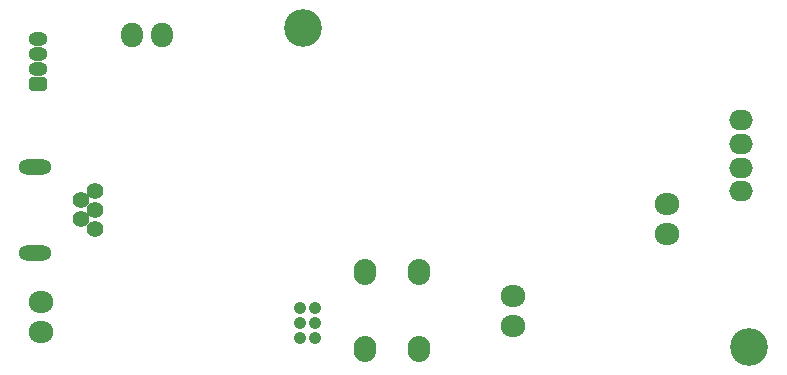
<source format=gbs>
G04*
G04 #@! TF.GenerationSoftware,Altium Limited,Altium Designer,21.0.8 (223)*
G04*
G04 Layer_Color=16711935*
%FSLAX25Y25*%
%MOIN*%
G70*
G04*
G04 #@! TF.SameCoordinates,76373615-CB27-452B-AC01-166D02EDBD73*
G04*
G04*
G04 #@! TF.FilePolarity,Negative*
G04*
G01*
G75*
%ADD49O,0.08300X0.07300*%
%ADD50C,0.12611*%
%ADD51O,0.07493X0.08674*%
%ADD52C,0.04147*%
%ADD53C,0.05556*%
%ADD54O,0.11036X0.05131*%
G04:AMPARAMS|DCode=55|XSize=63mil|YSize=48mil|CornerRadius=0mil|HoleSize=0mil|Usage=FLASHONLY|Rotation=0.000|XOffset=0mil|YOffset=0mil|HoleType=Round|Shape=Octagon|*
%AMOCTAGOND55*
4,1,8,0.03150,-0.01200,0.03150,0.01200,0.01950,0.02400,-0.01950,0.02400,-0.03150,0.01200,-0.03150,-0.01200,-0.01950,-0.02400,0.01950,-0.02400,0.03150,-0.01200,0.0*
%
%ADD55OCTAGOND55*%

%ADD56O,0.06300X0.04800*%
%ADD57O,0.07300X0.08300*%
%ADD58O,0.07887X0.06706*%
D49*
X110500Y301100D02*
D03*
Y291100D02*
D03*
X319000Y334000D02*
D03*
Y324000D02*
D03*
X267600Y293100D02*
D03*
Y303100D02*
D03*
D50*
X346500Y286200D02*
D03*
X197700Y392700D02*
D03*
D51*
X218542Y285605D02*
D03*
Y311195D02*
D03*
X236258Y285605D02*
D03*
Y311195D02*
D03*
D52*
X201677Y289405D02*
D03*
X196676D02*
D03*
Y299406D02*
D03*
Y294404D02*
D03*
X201677D02*
D03*
Y299406D02*
D03*
D53*
X128382Y332000D02*
D03*
Y325701D02*
D03*
X123658Y335150D02*
D03*
Y328850D02*
D03*
X128382Y338299D02*
D03*
D54*
X108500Y317630D02*
D03*
Y346370D02*
D03*
D55*
X109500Y374000D02*
D03*
D56*
Y379000D02*
D03*
Y384000D02*
D03*
Y389000D02*
D03*
D57*
X150900Y390400D02*
D03*
X140900D02*
D03*
D58*
X343802Y338189D02*
D03*
Y346063D02*
D03*
Y353937D02*
D03*
Y361811D02*
D03*
M02*

</source>
